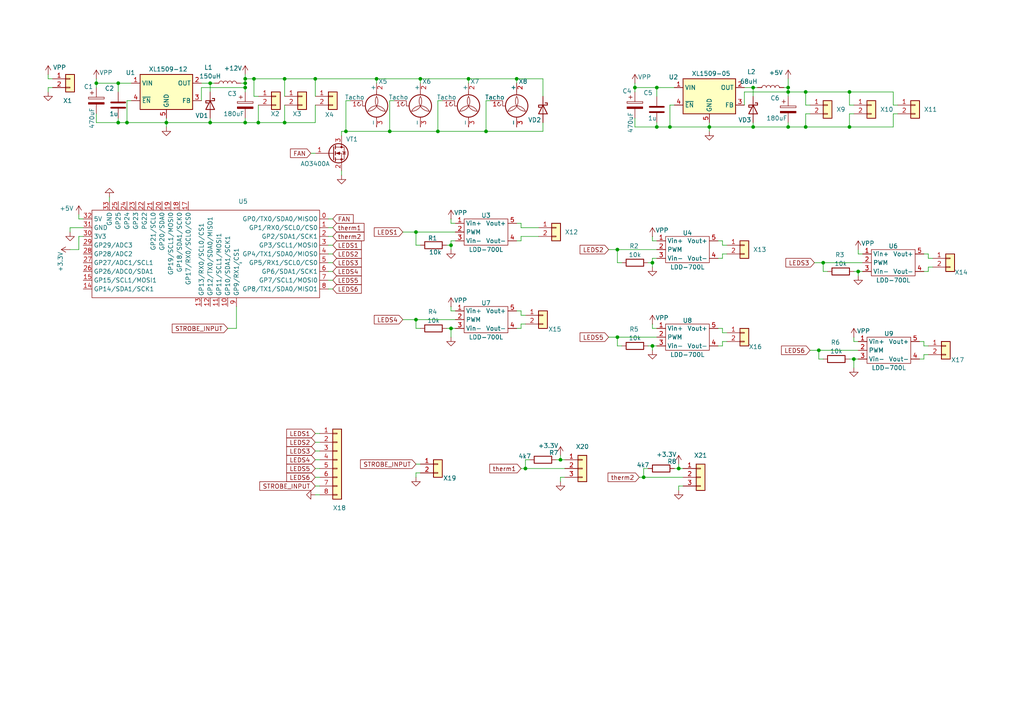
<source format=kicad_sch>
(kicad_sch (version 20231120) (generator "eeschema") (generator_version "8.0")
  (paper "A4")
  (lib_symbols
    (symbol "Connector_Generic:Conn_01x02" (pin_names (offset 1.016) hide)
      (property "Reference" "J" (at 0 2.54 0))
      (property "Value" "Conn_01x02" (at 0 -5.08 0))
      (symbol "Conn_01x02_1_1"
        (pin passive line (at -5.08 0 0) (length 3.81) (name "Pin_1") (number "1"))
        (pin passive line (at -5.08 -2.54 0) (length 3.81) (name "Pin_2") (number "2"))
      )
    )
    (symbol "Connector_Generic:Conn_01x03" (pin_names (offset 1.016) hide)
      (property "Reference" "J" (at 0 5.08 0))
      (property "Value" "Conn_01x03" (at 0 -5.08 0))
      (symbol "Conn_01x03_1_1"
        (pin passive line (at -5.08 2.54 0) (length 3.81) (name "Pin_1") (number "1"))
        (pin passive line (at -5.08 0 0) (length 3.81) (name "Pin_2") (number "2"))
        (pin passive line (at -5.08 -2.54 0) (length 3.81) (name "Pin_3") (number "3"))
      )
    )
    (symbol "Connector_Generic:Conn_01x08" (pin_names (offset 1.016) hide)
      (property "Reference" "J" (at 0 10.16 0))
      (property "Value" "Conn_01x08" (at 0 -12.7 0))
      (symbol "Conn_01x08_1_1"
        (pin passive line (at -5.08 7.62 0) (length 3.81) (name "Pin_1") (number "1"))
        (pin passive line (at -5.08 5.08 0) (length 3.81) (name "Pin_2") (number "2"))
        (pin passive line (at -5.08 2.54 0) (length 3.81) (name "Pin_3") (number "3"))
        (pin passive line (at -5.08 0 0) (length 3.81) (name "Pin_4") (number "4"))
        (pin passive line (at -5.08 -2.54 0) (length 3.81) (name "Pin_5") (number "5"))
        (pin passive line (at -5.08 -5.08 0) (length 3.81) (name "Pin_6") (number "6"))
        (pin passive line (at -5.08 -7.62 0) (length 3.81) (name "Pin_7") (number "7"))
        (pin passive line (at -5.08 -10.16 0) (length 3.81) (name "Pin_8") (number "8"))
      )
    )
    (symbol "Device:C" (pin_numbers hide) (pin_names (offset 0.254))
      (property "Reference" "C" (at 0.635 2.54 0))
      (property "Value" "C" (at 0.635 -2.54 0))
      (symbol "C_1_1"
        (pin passive line (at 0 3.81 270) (length 2.794) (name "~") (number "1"))
        (pin passive line (at 0 -3.81 90) (length 2.794) (name "~") (number "2"))
      )
    )
    (symbol "Device:C_Polarized" (pin_numbers hide) (pin_names (offset 0.254))
      (property "Reference" "C" (at 0.635 2.54 0))
      (property "Value" "C_Polarized" (at 0.635 -2.54 0))
      (symbol "C_Polarized_1_1"
        (pin passive line (at 0 3.81 270) (length 2.794) (name "~") (number "1"))
        (pin passive line (at 0 -3.81 90) (length 2.794) (name "~") (number "2"))
      )
    )
    (symbol "Device:L" (pin_numbers hide) (pin_names (offset 1.016) hide)
      (property "Reference" "L" (at -1.27 0 90))
      (property "Value" "L" (at 1.905 0 90))
      (symbol "L_1_1"
        (pin passive line (at 0 3.81 270) (length 1.27) (name "1") (number "1"))
        (pin passive line (at 0 -3.81 90) (length 1.27) (name "2") (number "2"))
      )
    )
    (symbol "Device:R" (pin_numbers hide) (pin_names (offset 0))
      (property "Reference" "R" (at 2.032 0 90))
      (property "Value" "R" (at 0 0 90))
      (symbol "R_1_1"
        (pin passive line (at 0 3.81 270) (length 1.27) (name "~") (number "1"))
        (pin passive line (at 0 -3.81 90) (length 1.27) (name "~") (number "2"))
      )
    )
    (symbol "Diode:CDBA3100-HF" (pin_numbers hide) (pin_names hide)
      (property "Reference" "D" (at 0 2.54 0))
      (property "Value" "CDBA3100-HF" (at 0 -2.54 0))
      (symbol "CDBA3100-HF_1_1"
        (pin passive line (at -3.81 0 0) (length 2.54) (name "K") (number "1"))
        (pin passive line (at 3.81 0 180) (length 2.54) (name "A") (number "2"))
      )
    )
    (symbol "Motor:Fan_3pin" (pin_names (offset 0))
      (property "Reference" "M" (at 2.54 2.54 0))
      (property "Value" "Fan_3pin" (at 2.54 -5.08 0))
      (symbol "Fan_3pin_1_1"
        (pin passive line (at -7.62 0 0) (length 2.54) (name "Tacho") (number "1"))
        (pin passive line (at 0 5.08 270) (length 2.54) (name "+") (number "2"))
        (pin passive line (at 0 -7.62 90) (length 2.54) (name "-") (number "3"))
      )
    )
    (symbol "My_8_lib_sym:XL1509-3.3"
      (property "Reference" "U" (at -7.112 6.096 0))
      (property "Value" "XL1509-3.3" (at 5.842 6.096 0))
      (symbol "XL1509-3.3_1_1"
        (pin power_in line (at -10.16 2.54 0) (length 2.54) (name "VIN") (number "1"))
        (pin power_out line (at 10.16 2.54 180) (length 2.54) (name "OUT") (number "2"))
        (pin input line (at 10.16 -2.54 180) (length 2.54) (name "FB") (number "3"))
        (pin input line (at -10.16 -2.54 0) (length 2.54) (name "~{EN}") (number "4"))
        (pin power_in line (at 0 -7.62 90) (length 2.54) (name "GND") (number "5"))
        (pin passive line (at 0 -7.62 90) (length 2.54) hide (name "GND") (number "6"))
        (pin passive line (at 0 -7.62 90) (length 2.54) hide (name "GND") (number "7"))
        (pin passive line (at 0 -7.62 90) (length 2.54) hide (name "GND") (number "8"))
        (pin passive line (at 0 -7.62 90) (length 2.54) hide (name "GND") (number "9"))
      )
    )
    (symbol "Shield_Emergent:LDD-700L"
      (property "Reference" "U" (at 0 5.08 0))
      (property "Value" "LDD-700L" (at 0 7.62 0))
      (symbol "LDD-700L_1_1"
        (pin input line (at -8.89 2.54 0) (length 2.54) (name "Vin+") (number "1"))
        (pin input line (at -8.89 0 0) (length 2.54) (name "PWM") (number "2"))
        (pin input line (at -8.89 -2.54 0) (length 2.54) (name "Vin-") (number "3"))
        (pin input line (at 8.89 -2.54 180) (length 2.54) (name "Vout-") (number "4"))
        (pin input line (at 8.89 2.54 180) (length 2.54) (name "Vout+") (number "5"))
      )
    )
    (symbol "Transistor_FET:AO3400A" (pin_names hide)
      (property "Reference" "Q" (at 5.08 1.905 0))
      (property "Value" "AO3400A" (at 5.08 0 0))
      (symbol "AO3400A_1_1"
        (pin input line (at -5.08 0 0) (length 2.54) (name "G") (number "1"))
        (pin passive line (at 2.54 -5.08 90) (length 2.54) (name "S") (number "2"))
        (pin passive line (at 2.54 5.08 270) (length 2.54) (name "D") (number "3"))
      )
    )
    (symbol "Vedro:RP2040-One"
      (property "Reference" "U" (at 0 25.4 0))
      (symbol "RP2040-One_1_1"
        (pin input line (at 24.13 12.7 180) (length 2.54) (name "GP0/TX0/SDA0/MISO0") (number "0"))
        (pin input line (at 24.13 10.16 180) (length 2.54) (name "GP1/RX0/SCL0/CS0") (number "1"))
        (pin input line (at -5.08 -12.7 90) (length 2.54) (name "GP10/SDA1/SCK1") (number "10"))
        (pin input line (at -7.62 -12.7 90) (length 2.54) (name "GP11/SCL1/MOSI1") (number "11"))
        (pin input line (at -10.16 -12.7 90) (length 2.54) (name "GP12/TX0/SDA0/MISO1") (number "12"))
        (pin input line (at -12.7 -12.7 90) (length 2.54) (name "GP13/RX0/SCL0/CS1") (number "13"))
        (pin input line (at -46.99 -7.62 0) (length 2.54) (name "GP14/SDA1/SCK1") (number "14"))
        (pin input line (at -46.99 -5.08 0) (length 2.54) (name "GP15/SCL1/MOSI1") (number "15"))
        (pin power_in line (at -16.51 17.78 270) (length 2.54) (name "GP17/RX0/SCL0/CS0") (number "17"))
        (pin power_in line (at -19.05 17.78 270) (length 2.54) (name "GP18/SDA1/SCK0") (number "18"))
        (pin power_in line (at -21.59 17.78 270) (length 2.54) (name "GP19/SCL1/MOSI0") (number "19"))
        (pin input line (at 24.13 7.62 180) (length 2.54) (name "GP2/SDA1/SCK1") (number "2"))
        (pin power_in line (at -24.13 17.78 270) (length 2.54) (name "GP20/SDA0") (number "20"))
        (pin power_in line (at -26.67 17.78 270) (length 2.54) (name "GP21/SCL0") (number "21"))
        (pin power_in line (at -29.21 17.78 270) (length 2.54) (name "PG22") (number "22"))
        (pin power_in line (at -31.75 17.78 270) (length 2.54) (name "GP23") (number "23"))
        (pin power_in line (at -34.29 17.78 270) (length 2.54) (name "GP24") (number "24"))
        (pin power_in line (at -36.83 17.78 270) (length 2.54) (name "GP25") (number "25"))
        (pin input line (at -46.99 -2.54 0) (length 2.54) (name "GP26/ADC0/SDA1") (number "26"))
        (pin input line (at -46.99 0 0) (length 2.54) (name "GP27/ADC1/SCL1") (number "27"))
        (pin input line (at -46.99 2.54 0) (length 2.54) (name "GP28/ADC2") (number "28"))
        (pin input line (at -46.99 5.08 0) (length 2.54) (name "GP29/ADC3") (number "29"))
        (pin input line (at 24.13 5.08 180) (length 2.54) (name "GP3/SCL1/MOSI0") (number "3"))
        (pin power_in line (at -46.99 7.62 0) (length 2.54) (name "3V3") (number "30"))
        (pin power_in line (at -46.99 10.16 0) (length 2.54) (name "GND") (number "31"))
        (pin power_in line (at -46.99 12.7 0) (length 2.54) (name "5V") (number "32"))
        (pin power_in line (at -39.37 17.78 270) (length 2.54) (name "GND") (number "33"))
        (pin input line (at 24.13 2.54 180) (length 2.54) (name "GP4/TX1/SDA0/MIOS0") (number "4"))
        (pin input line (at 24.13 0 180) (length 2.54) (name "GP5/RX1/SCL0/CS0") (number "5"))
        (pin input line (at 24.13 -2.54 180) (length 2.54) (name "GP6/SDA1/SCK1") (number "6"))
        (pin input line (at 24.13 -5.08 180) (length 2.54) (name "GP7/SCL1/MOSI0") (number "7"))
        (pin input line (at 24.13 -7.62 180) (length 2.54) (name "GP8/TX1/SDA0/MISO1") (number "8"))
        (pin input line (at -2.54 -12.7 90) (length 2.54) (name "GP9/RX1/CS1") (number "9"))
      )
    )
    (symbol "power:+12V" (power) (pin_names (offset 0))
      (property "Value" "+12V" (at 0 3.556 0))
      (symbol "+12V_1_1"
        (pin power_in line (at 0 0 90) (length 0) hide (name "+12V") (number "1"))
      )
    )
    (symbol "power:+3.3V" (power) (pin_names (offset 0))
      (property "Value" "+3.3V" (at 0 3.556 0))
      (symbol "+3.3V_1_1"
        (pin power_in line (at 0 0 90) (length 0) hide (name "+3V3") (number "1"))
      )
    )
    (symbol "power:GND" (power) (pin_names (offset 0))
      (property "Value" "GND" (at 0 -3.81 0))
      (symbol "GND_1_1"
        (pin power_in line (at 0 0 270) (length 0) hide (name "GND") (number "1"))
      )
    )
    (symbol "power:VPP" (power) (pin_numbers hide) (pin_names (offset 0) hide)
      (property "Value" "VPP" (at 0 3.556 0))
      (symbol "VPP_1_1"
        (pin power_in line (at 0 0 90) (length 0) (name "~") (number "1"))
      )
    )
  )
  (junction (at 184.15 25.4))
  (junction (at 120.65 92.71))
  (junction (at 247.65 104.14))
  (junction (at 246.38 26.67))
  (junction (at 82.55 35.56))
  (junction (at 237.49 101.6))
  (junction (at 238.76 76.2))
  (junction (at 196.85 135.89))
  (junction (at 248.92 78.74))
  (junction (at 100.33 38.1))
  (junction (at 218.44 25.4))
  (junction (at 73.66 22.86))
  (junction (at 179.07 72.39))
  (junction (at 135.89 22.86))
  (junction (at 190.5 25.4))
  (junction (at 186.69 138.43))
  (junction (at 60.96 35.56))
  (junction (at 71.12 22.86))
  (junction (at 71.12 24.13))
  (junction (at 246.38 36.83))
  (junction (at 152.4 135.89))
  (junction (at 34.29 24.13))
  (junction (at 127 38.1))
  (junction (at 91.44 22.86))
  (junction (at 162.56 133.35))
  (junction (at 189.23 100.33))
  (junction (at 228.6 25.4))
  (junction (at 71.12 25.4))
  (junction (at 82.55 22.86))
  (junction (at 233.68 26.67))
  (junction (at 27.94 24.13))
  (junction (at 233.68 36.83))
  (junction (at 190.5 36.83))
  (junction (at 113.03 38.1))
  (junction (at 109.22 22.86))
  (junction (at 120.65 67.31))
  (junction (at 228.6 26.67))
  (junction (at 74.93 35.56))
  (junction (at 140.97 38.1))
  (junction (at 149.86 22.86))
  (junction (at 179.07 97.79))
  (junction (at 60.96 24.13))
  (junction (at 130.81 95.25))
  (junction (at 121.92 22.86))
  (junction (at 189.23 76.2))
  (junction (at 34.29 35.56))
  (junction (at 205.74 36.83))
  (junction (at 228.6 36.83))
  (junction (at 36.83 35.56))
  (junction (at 194.31 36.83))
  (junction (at 71.12 35.56))
  (junction (at 218.44 36.83))
  (junction (at 130.81 71.12))
  (junction (at 48.26 35.56))
  (wire (pts (xy 121.92 24.13) (xy 121.92 22.86)))
  (wire (pts (xy 74.93 35.56) (xy 71.12 35.56)))
  (wire (pts (xy 27.94 24.13) (xy 34.29 24.13)))
  (wire (pts (xy 247.65 104.14) (xy 247.65 106.68)))
  (wire (pts (xy 209.55 73.66) (xy 210.82 73.66)))
  (wire (pts (xy 269.24 78.74) (xy 269.24 77.47)))
  (wire (pts (xy 91.44 143.51) (xy 92.71 143.51)))
  (wire (pts (xy 130.81 69.85) (xy 130.81 71.12)))
  (wire (pts (xy 24.13 66.04) (xy 20.32 66.04)))
  (wire (pts (xy 162.56 133.35) (xy 161.29 133.35)))
  (wire (pts (xy 267.97 102.87) (xy 267.97 104.14)))
  (wire (pts (xy 190.5 25.4) (xy 190.5 27.94)))
  (wire (pts (xy 120.65 95.25) (xy 121.92 95.25)))
  (wire (pts (xy 186.69 138.43) (xy 185.42 138.43)))
  (wire (pts (xy 267.97 73.66) (xy 269.24 73.66)))
  (wire (pts (xy 187.96 76.2) (xy 189.23 76.2)))
  (wire (pts (xy 22.86 72.39) (xy 20.32 72.39)))
  (wire (pts (xy 259.08 30.48) (xy 259.08 26.67)))
  (wire (pts (xy 162.56 139.7) (xy 162.56 138.43)))
  (wire (pts (xy 114.3 29.21) (xy 113.03 29.21)))
  (wire (pts (xy 91.44 130.81) (xy 92.71 130.81)))
  (wire (pts (xy 218.44 25.4) (xy 219.71 25.4)))
  (wire (pts (xy 91.44 140.97) (xy 92.71 140.97)))
  (wire (pts (xy 247.65 97.79) (xy 247.65 99.06)))
  (wire (pts (xy 48.26 34.29) (xy 48.26 35.56)))
  (wire (pts (xy 120.65 67.31) (xy 120.65 71.12)))
  (wire (pts (xy 13.97 25.4) (xy 13.97 26.67)))
  (wire (pts (xy 198.12 138.43) (xy 186.69 138.43)))
  (wire (pts (xy 34.29 24.13) (xy 34.29 26.67)))
  (wire (pts (xy 135.89 22.86) (xy 121.92 22.86)))
  (wire (pts (xy 71.12 25.4) (xy 58.42 25.4)))
  (wire (pts (xy 152.4 135.89) (xy 151.13 135.89)))
  (wire (pts (xy 205.74 36.83) (xy 218.44 36.83)))
  (wire (pts (xy 91.44 128.27) (xy 92.71 128.27)))
  (wire (pts (xy 130.81 64.77) (xy 132.08 64.77)))
  (wire (pts (xy 246.38 26.67) (xy 233.68 26.67)))
  (wire (pts (xy 20.32 66.04) (xy 20.32 67.31)))
  (wire (pts (xy 91.44 138.43) (xy 92.71 138.43)))
  (wire (pts (xy 238.76 76.2) (xy 238.76 78.74)))
  (wire (pts (xy 208.28 74.93) (xy 209.55 74.93)))
  (wire (pts (xy 267.97 100.33) (xy 269.24 100.33)))
  (wire (pts (xy 234.95 101.6) (xy 237.49 101.6)))
  (wire (pts (xy 132.08 95.25) (xy 130.81 95.25)))
  (wire (pts (xy 142.24 29.21) (xy 140.97 29.21)))
  (wire (pts (xy 99.06 38.1) (xy 100.33 38.1)))
  (wire (pts (xy 162.56 138.43) (xy 163.83 138.43)))
  (wire (pts (xy 129.54 71.12) (xy 130.81 71.12)))
  (wire (pts (xy 195.58 135.89) (xy 196.85 135.89)))
  (wire (pts (xy 130.81 90.17) (xy 132.08 90.17)))
  (wire (pts (xy 248.92 78.74) (xy 248.92 80.01)))
  (wire (pts (xy 184.15 24.13) (xy 184.15 25.4)))
  (wire (pts (xy 27.94 24.13) (xy 27.94 25.4)))
  (wire (pts (xy 22.86 63.5) (xy 22.86 62.23)))
  (wire (pts (xy 259.08 33.02) (xy 259.08 36.83)))
  (wire (pts (xy 74.93 27.94) (xy 73.66 27.94)))
  (wire (pts (xy 190.5 35.56) (xy 190.5 36.83)))
  (wire (pts (xy 74.93 30.48) (xy 74.93 35.56)))
  (wire (pts (xy 189.23 76.2) (xy 189.23 77.47)))
  (wire (pts (xy 127 38.1) (xy 140.97 38.1)))
  (wire (pts (xy 130.81 63.5) (xy 130.81 64.77)))
  (wire (pts (xy 195.58 30.48) (xy 194.31 30.48)))
  (wire (pts (xy 140.97 38.1) (xy 157.48 38.1)))
  (wire (pts (xy 157.48 35.56) (xy 157.48 38.1)))
  (wire (pts (xy 151.13 93.98) (xy 151.13 95.25)))
  (wire (pts (xy 208.28 95.25) (xy 209.55 95.25)))
  (wire (pts (xy 151.13 66.04) (xy 156.21 66.04)))
  (wire (pts (xy 91.44 35.56) (xy 82.55 35.56)))
  (wire (pts (xy 96.52 83.82) (xy 95.25 83.82)))
  (wire (pts (xy 248.92 104.14) (xy 247.65 104.14)))
  (wire (pts (xy 13.97 21.59) (xy 13.97 22.86)))
  (wire (pts (xy 129.54 95.25) (xy 130.81 95.25)))
  (wire (pts (xy 27.94 35.56) (xy 34.29 35.56)))
  (wire (pts (xy 24.13 63.5) (xy 22.86 63.5)))
  (wire (pts (xy 208.28 100.33) (xy 209.55 100.33)))
  (wire (pts (xy 162.56 132.08) (xy 162.56 133.35)))
  (wire (pts (xy 237.49 101.6) (xy 248.92 101.6)))
  (wire (pts (xy 176.53 97.79) (xy 179.07 97.79)))
  (wire (pts (xy 91.44 22.86) (xy 82.55 22.86)))
  (wire (pts (xy 71.12 24.13) (xy 71.12 25.4)))
  (wire (pts (xy 228.6 35.56) (xy 228.6 36.83)))
  (wire (pts (xy 151.13 68.58) (xy 151.13 69.85)))
  (wire (pts (xy 218.44 35.56) (xy 218.44 36.83)))
  (wire (pts (xy 234.95 33.02) (xy 233.68 33.02)))
  (wire (pts (xy 190.5 36.83) (xy 194.31 36.83)))
  (wire (pts (xy 179.07 97.79) (xy 179.07 100.33)))
  (wire (pts (xy 34.29 35.56) (xy 36.83 35.56)))
  (wire (pts (xy 120.65 134.62) (xy 121.92 134.62)))
  (wire (pts (xy 237.49 101.6) (xy 237.49 104.14)))
  (wire (pts (xy 218.44 36.83) (xy 228.6 36.83)))
  (wire (pts (xy 228.6 26.67) (xy 233.68 26.67)))
  (wire (pts (xy 186.69 135.89) (xy 186.69 138.43)))
  (wire (pts (xy 228.6 25.4) (xy 228.6 26.67)))
  (wire (pts (xy 246.38 104.14) (xy 247.65 104.14)))
  (wire (pts (xy 96.52 63.5) (xy 95.25 63.5)))
  (wire (pts (xy 149.86 69.85) (xy 151.13 69.85)))
  (wire (pts (xy 260.35 33.02) (xy 259.08 33.02)))
  (wire (pts (xy 96.52 73.66) (xy 95.25 73.66)))
  (wire (pts (xy 246.38 33.02) (xy 246.38 36.83)))
  (wire (pts (xy 260.35 30.48) (xy 259.08 30.48)))
  (wire (pts (xy 27.94 33.02) (xy 27.94 35.56)))
  (wire (pts (xy 205.74 36.83) (xy 205.74 38.1)))
  (wire (pts (xy 15.24 22.86) (xy 13.97 22.86)))
  (wire (pts (xy 149.86 90.17) (xy 151.13 90.17)))
  (wire (pts (xy 116.84 92.71) (xy 120.65 92.71)))
  (wire (pts (xy 215.9 26.67) (xy 215.9 30.48)))
  (wire (pts (xy 247.65 78.74) (xy 248.92 78.74)))
  (wire (pts (xy 91.44 22.86) (xy 91.44 27.94)))
  (wire (pts (xy 58.42 24.13) (xy 60.96 24.13)))
  (wire (pts (xy 71.12 21.59) (xy 71.12 22.86)))
  (wire (pts (xy 179.07 72.39) (xy 190.5 72.39)))
  (wire (pts (xy 209.55 73.66) (xy 209.55 74.93)))
  (wire (pts (xy 100.33 29.21) (xy 100.33 38.1)))
  (wire (pts (xy 69.85 24.13) (xy 71.12 24.13)))
  (wire (pts (xy 91.44 125.73) (xy 92.71 125.73)))
  (wire (pts (xy 250.19 78.74) (xy 248.92 78.74)))
  (wire (pts (xy 228.6 26.67) (xy 228.6 27.94)))
  (wire (pts (xy 91.44 133.35) (xy 92.71 133.35)))
  (wire (pts (xy 190.5 25.4) (xy 195.58 25.4)))
  (wire (pts (xy 196.85 135.89) (xy 198.12 135.89)))
  (wire (pts (xy 116.84 67.31) (xy 120.65 67.31)))
  (wire (pts (xy 176.53 72.39) (xy 179.07 72.39)))
  (wire (pts (xy 215.9 25.4) (xy 218.44 25.4)))
  (wire (pts (xy 27.94 22.86) (xy 27.94 24.13)))
  (wire (pts (xy 132.08 69.85) (xy 130.81 69.85)))
  (wire (pts (xy 95.25 66.04) (xy 96.52 66.04)))
  (wire (pts (xy 228.6 22.86) (xy 228.6 25.4)))
  (wire (pts (xy 24.13 68.58) (xy 22.86 68.58)))
  (wire (pts (xy 190.5 100.33) (xy 189.23 100.33)))
  (wire (pts (xy 96.52 78.74) (xy 95.25 78.74)))
  (wire (pts (xy 248.92 73.66) (xy 250.19 73.66)))
  (wire (pts (xy 269.24 77.47) (xy 270.51 77.47)))
  (wire (pts (xy 163.83 135.89) (xy 152.4 135.89)))
  (wire (pts (xy 157.48 22.86) (xy 157.48 27.94)))
  (wire (pts (xy 60.96 24.13) (xy 60.96 26.67)))
  (wire (pts (xy 267.97 78.74) (xy 269.24 78.74)))
  (wire (pts (xy 196.85 140.97) (xy 198.12 140.97)))
  (wire (pts (xy 194.31 36.83) (xy 205.74 36.83)))
  (wire (pts (xy 267.97 99.06) (xy 267.97 100.33)))
  (wire (pts (xy 248.92 72.39) (xy 248.92 73.66)))
  (wire (pts (xy 82.55 22.86) (xy 73.66 22.86)))
  (wire (pts (xy 179.07 76.2) (xy 180.34 76.2)))
  (wire (pts (xy 36.83 29.21) (xy 36.83 35.56)))
  (wire (pts (xy 149.86 95.25) (xy 151.13 95.25)))
  (wire (pts (xy 66.04 95.25) (xy 68.58 95.25)))
  (wire (pts (xy 127 29.21) (xy 127 38.1)))
  (wire (pts (xy 31.75 57.15) (xy 31.75 58.42)))
  (wire (pts (xy 162.56 133.35) (xy 163.83 133.35)))
  (wire (pts (xy 149.86 22.86) (xy 135.89 22.86)))
  (wire (pts (xy 73.66 27.94) (xy 73.66 22.86)))
  (wire (pts (xy 151.13 64.77) (xy 149.86 64.77)))
  (wire (pts (xy 100.33 38.1) (xy 113.03 38.1)))
  (wire (pts (xy 187.96 100.33) (xy 189.23 100.33)))
  (wire (pts (xy 58.42 25.4) (xy 58.42 29.21)))
  (wire (pts (xy 130.81 71.12) (xy 130.81 72.39)))
  (wire (pts (xy 120.65 137.16) (xy 120.65 138.43)))
  (wire (pts (xy 247.65 99.06) (xy 248.92 99.06)))
  (wire (pts (xy 209.55 96.52) (xy 210.82 96.52)))
  (wire (pts (xy 151.13 91.44) (xy 152.4 91.44)))
  (wire (pts (xy 101.6 29.21) (xy 100.33 29.21)))
  (wire (pts (xy 71.12 34.29) (xy 71.12 35.56)))
  (wire (pts (xy 99.06 38.1) (xy 99.06 39.37)))
  (wire (pts (xy 236.22 76.2) (xy 238.76 76.2)))
  (wire (pts (xy 189.23 93.98) (xy 189.23 95.25)))
  (wire (pts (xy 91.44 30.48) (xy 91.44 35.56)))
  (wire (pts (xy 184.15 36.83) (xy 190.5 36.83)))
  (wire (pts (xy 99.06 50.8) (xy 99.06 49.53)))
  (wire (pts (xy 140.97 29.21) (xy 140.97 38.1)))
  (wire (pts (xy 91.44 135.89) (xy 92.71 135.89)))
  (wire (pts (xy 237.49 104.14) (xy 238.76 104.14)))
  (wire (pts (xy 120.65 71.12) (xy 121.92 71.12)))
  (wire (pts (xy 149.86 24.13) (xy 149.86 22.86)))
  (wire (pts (xy 48.26 35.56) (xy 48.26 36.83)))
  (wire (pts (xy 233.68 36.83) (xy 228.6 36.83)))
  (wire (pts (xy 113.03 38.1) (xy 127 38.1)))
  (wire (pts (xy 189.23 100.33) (xy 189.23 101.6)))
  (wire (pts (xy 234.95 30.48) (xy 233.68 30.48)))
  (wire (pts (xy 246.38 36.83) (xy 233.68 36.83)))
  (wire (pts (xy 233.68 33.02) (xy 233.68 36.83)))
  (wire (pts (xy 208.28 69.85) (xy 209.55 69.85)))
  (wire (pts (xy 120.65 92.71) (xy 132.08 92.71)))
  (wire (pts (xy 179.07 97.79) (xy 190.5 97.79)))
  (wire (pts (xy 228.6 26.67) (xy 215.9 26.67)))
  (wire (pts (xy 196.85 142.24) (xy 196.85 140.97)))
  (wire (pts (xy 187.96 135.89) (xy 186.69 135.89)))
  (wire (pts (xy 205.74 35.56) (xy 205.74 36.83)))
  (wire (pts (xy 184.15 25.4) (xy 184.15 26.67)))
  (wire (pts (xy 135.89 24.13) (xy 135.89 22.86)))
  (wire (pts (xy 71.12 25.4) (xy 71.12 26.67)))
  (wire (pts (xy 22.86 68.58) (xy 22.86 72.39)))
  (wire (pts (xy 34.29 34.29) (xy 34.29 35.56)))
  (wire (pts (xy 60.96 24.13) (xy 62.23 24.13)))
  (wire (pts (xy 269.24 73.66) (xy 269.24 74.93)))
  (wire (pts (xy 266.7 99.06) (xy 267.97 99.06)))
  (wire (pts (xy 189.23 74.93) (xy 189.23 76.2)))
  (wire (pts (xy 189.23 95.25) (xy 190.5 95.25)))
  (wire (pts (xy 227.33 25.4) (xy 228.6 25.4)))
  (wire (pts (xy 151.13 66.04) (xy 151.13 64.77)))
  (wire (pts (xy 238.76 78.74) (xy 240.03 78.74)))
  (wire (pts (xy 96.52 68.58) (xy 95.25 68.58)))
  (wire (pts (xy 60.96 34.29) (xy 60.96 35.56)))
  (wire (pts (xy 36.83 35.56) (xy 48.26 35.56)))
  (wire (pts (xy 60.96 35.56) (xy 71.12 35.56)))
  (wire (pts (xy 15.24 25.4) (xy 13.97 25.4)))
  (wire (pts (xy 194.31 30.48) (xy 194.31 36.83)))
  (wire (pts (xy 247.65 33.02) (xy 246.38 33.02)))
  (wire (pts (xy 68.58 95.25) (xy 68.58 88.9)))
  (wire (pts (xy 196.85 134.62) (xy 196.85 135.89)))
  (wire (pts (xy 71.12 22.86) (xy 71.12 24.13)))
  (wire (pts (xy 120.65 92.71) (xy 120.65 95.25)))
  (wire (pts (xy 130.81 88.9) (xy 130.81 90.17)))
  (wire (pts (xy 151.13 68.58) (xy 156.21 68.58)))
  (wire (pts (xy 109.22 24.13) (xy 109.22 22.86)))
  (wire (pts (xy 82.55 30.48) (xy 82.55 35.56)))
  (wire (pts (xy 73.66 22.86) (xy 71.12 22.86)))
  (wire (pts (xy 190.5 74.93) (xy 189.23 74.93)))
  (wire (pts (xy 34.29 24.13) (xy 38.1 24.13)))
  (wire (pts (xy 246.38 30.48) (xy 246.38 26.67)))
  (wire (pts (xy 209.55 95.25) (xy 209.55 96.52)))
  (wire (pts (xy 121.92 137.16) (xy 120.65 137.16)))
  (wire (pts (xy 48.26 35.56) (xy 60.96 35.56)))
  (wire (pts (xy 121.92 22.86) (xy 109.22 22.86)))
  (wire (pts (xy 184.15 25.4) (xy 190.5 25.4)))
  (wire (pts (xy 259.08 26.67) (xy 246.38 26.67)))
  (wire (pts (xy 209.55 71.12) (xy 210.82 71.12)))
  (wire (pts (xy 179.07 72.39) (xy 179.07 76.2)))
  (wire (pts (xy 82.55 35.56) (xy 74.93 35.56)))
  (wire (pts (xy 218.44 25.4) (xy 218.44 27.94)))
  (wire (pts (xy 151.13 90.17) (xy 151.13 91.44)))
  (wire (pts (xy 120.65 67.31) (xy 132.08 67.31)))
  (wire (pts (xy 109.22 22.86) (xy 91.44 22.86)))
  (wire (pts (xy 179.07 100.33) (xy 180.34 100.33)))
  (wire (pts (xy 128.27 29.21) (xy 127 29.21)))
  (wire (pts (xy 38.1 29.21) (xy 36.83 29.21)))
  (wire (pts (xy 209.55 100.33) (xy 209.55 99.06)))
  (wire (pts (xy 96.52 81.28) (xy 95.25 81.28)))
  (wire (pts (xy 130.81 95.25) (xy 130.81 97.79)))
  (wire (pts (xy 266.7 104.14) (xy 267.97 104.14)))
  (wire (pts (xy 259.08 36.83) (xy 246.38 36.83)))
  (wire (pts (xy 267.97 102.87) (xy 269.24 102.87)))
  (wire (pts (xy 189.23 69.85) (xy 190.5 69.85)))
  (wire (pts (xy 153.67 133.35) (xy 152.4 133.35)))
  (wire (pts (xy 184.15 34.29) (xy 184.15 36.83)))
  (wire (pts (xy 151.13 93.98) (xy 152.4 93.98)))
  (wire (pts (xy 82.55 22.86) (xy 82.55 27.94)))
  (wire (pts (xy 90.17 44.45) (xy 91.44 44.45)))
  (wire (pts (xy 96.52 76.2) (xy 95.25 76.2)))
  (wire (pts (xy 247.65 30.48) (xy 246.38 30.48)))
  (wire (pts (xy 189.23 68.58) (xy 189.23 69.85)))
  (wire (pts (xy 96.52 71.12) (xy 95.25 71.12)))
  (wire (pts (xy 113.03 29.21) (xy 113.03 38.1)))
  (wire (pts (xy 149.86 22.86) (xy 157.48 22.86)))
  (wire (pts (xy 209.55 99.06) (xy 210.82 99.06)))
  (wire (pts (xy 152.4 133.35) (xy 152.4 135.89)))
  (wire (pts (xy 209.55 69.85) (xy 209.55 71.12)))
  (wire (pts (xy 269.24 74.93) (xy 270.51 74.93)))
  (wire (pts (xy 233.68 26.67) (xy 233.68 30.48)))
  (wire (pts (xy 238.76 76.2) (xy 250.19 76.2)))
  (global_label "LEDS2" (shape input) (at 91.44 128.27 180) (property "Intersheetrefs" "${INTERSHEET_REFS}" (effects (hide yes))))
  (global_label "LEDS4" (shape input) (at 91.44 133.35 180) (property "Intersheetrefs" "${INTERSHEET_REFS}" (effects (hide yes))))
  (global_label "LEDS4" (shape input) (at 116.84 92.71 180) (property "Intersheetrefs" "${INTERSHEET_REFS}" (effects (hide yes))))
  (global_label "LEDS1" (shape input) (at 96.52 71.12 0) (property "Intersheetrefs" "${INTERSHEET_REFS}" (effects (hide yes))))
  (global_label "LEDS4" (shape input) (at 96.52 78.74 0) (property "Intersheetrefs" "${INTERSHEET_REFS}" (effects (hide yes))))
  (global_label "LEDS3" (shape input) (at 236.22 76.2 180) (property "Intersheetrefs" "${INTERSHEET_REFS}" (effects (hide yes))))
  (global_label "LEDS2" (shape input) (at 176.53 72.39 180) (property "Intersheetrefs" "${INTERSHEET_REFS}" (effects (hide yes))))
  (global_label "LEDS1" (shape input) (at 91.44 125.73 180) (property "Intersheetrefs" "${INTERSHEET_REFS}" (effects (hide yes))))
  (global_label "STROBE_INPUT" (shape input) (at 91.44 140.97 180) (property "Intersheetrefs" "${INTERSHEET_REFS}" (effects (hide yes))))
  (global_label "therm2" (shape input) (at 185.42 138.43 180) (property "Intersheetrefs" "${INTERSHEET_REFS}" (effects (hide yes))))
  (global_label "FAN" (shape input) (at 96.52 63.5 0) (property "Intersheetrefs" "${INTERSHEET_REFS}" (effects (hide yes))))
  (global_label "LEDS6" (shape input) (at 96.52 83.82 0) (property "Intersheetrefs" "${INTERSHEET_REFS}" (effects (hide yes))))
  (global_label "LEDS1" (shape input) (at 116.84 67.31 180) (property "Intersheetrefs" "${INTERSHEET_REFS}" (effects (hide yes))))
  (global_label "therm2" (shape input) (at 96.52 68.58 0) (property "Intersheetrefs" "${INTERSHEET_REFS}" (effects (hide yes))))
  (global_label "LEDS6" (shape input) (at 234.95 101.6 180) (property "Intersheetrefs" "${INTERSHEET_REFS}" (effects (hide yes))))
  (global_label "LEDS3" (shape input) (at 91.44 130.81 180) (property "Intersheetrefs" "${INTERSHEET_REFS}" (effects (hide yes))))
  (global_label "FAN" (shape input) (at 90.17 44.45 180) (property "Intersheetrefs" "${INTERSHEET_REFS}" (effects (hide yes))))
  (global_label "LEDS5" (shape input) (at 176.53 97.79 180) (property "Intersheetrefs" "${INTERSHEET_REFS}" (effects (hide yes))))
  (global_label "LEDS6" (shape input) (at 91.44 138.43 180) (property "Intersheetrefs" "${INTERSHEET_REFS}" (effects (hide yes))))
  (global_label "LEDS2" (shape input) (at 96.52 73.66 0) (property "Intersheetrefs" "${INTERSHEET_REFS}" (effects (hide yes))))
  (global_label "therm1" (shape input) (at 151.13 135.89 180) (property "Intersheetrefs" "${INTERSHEET_REFS}" (effects (hide yes))))
  (global_label "LEDS5" (shape input) (at 91.44 135.89 180) (property "Intersheetrefs" "${INTERSHEET_REFS}" (effects (hide yes))))
  (global_label "therm1" (shape input) (at 96.52 66.04 0) (property "Intersheetrefs" "${INTERSHEET_REFS}" (effects (hide yes))))
  (global_label "STROBE_INPUT" (shape input) (at 66.04 95.25 180) (property "Intersheetrefs" "${INTERSHEET_REFS}" (effects (hide yes))))
  (global_label "LEDS3" (shape input) (at 96.52 76.2 0) (property "Intersheetrefs" "${INTERSHEET_REFS}" (effects (hide yes))))
  (global_label "STROBE_INPUT" (shape input) (at 120.65 134.62 180) (property "Intersheetrefs" "${INTERSHEET_REFS}" (effects (hide yes))))
  (global_label "LEDS5" (shape input) (at 96.52 81.28 0) (property "Intersheetrefs" "${INTERSHEET_REFS}" (effects (hide yes))))
  (symbol (lib_id "Connector_Generic:Conn_01x02") (at 161.29 66.04 0) (unit 1)
    (property "Reference" "X12" (at 163.83 67.3099 0) (effects (justify left)))
    (property "Value" "Conn_01x02" (effects (hide yes)))
    (property "Footprint" "Connector_JST:JST_XH_B2B-XH-A_1x02_P2.50mm_Vertical" (effects (hide yes)))
    (property "Description" "Generic connector, single row, 01x02, script generated (kicad-library-utils/schlib/autogen/connector/)" (effects (hide yes)))
  )
  (symbol (lib_id "power:VPP") (at 189.23 68.58 0) (unit 1)
    (property "Reference" "#PWR014" (effects (hide yes)))
    (property "Value" "VPP" (at 192.024 66.802 0))
    (property "Description" "Power symbol creates a global label with name \"VPP\"" (effects (hide yes)))
  )
  (symbol (lib_id "Device:R") (at 191.77 135.89 270) (unit 1)
    (property "Reference" "R8" (at 193.548 133.858 90) (effects (justify left)))
    (property "Value" "4k7" (at 184.658 134.874 90) (effects (justify left)))
    (property "Footprint" "Resistor_SMD:R_0603_1608Metric_Pad0.98x0.95mm_HandSolder" (effects (hide yes)))
  )
  (symbol (lib_id "power:VPP") (at 184.15 24.13 0) (unit 1)
    (property "Reference" "#PWR05" (effects (hide yes)))
    (property "Value" "VPP" (at 186.944 22.352 0))
    (property "Description" "Power symbol creates a global label with name \"VPP\"" (effects (hide yes)))
  )
  (symbol (lib_id "Connector_Generic:Conn_01x02") (at 215.9 96.52 0) (unit 1)
    (property "Reference" "X16" (at 217.17 100.584 0) (effects (justify left)))
    (property "Value" "Conn_01x02" (effects (hide yes)))
    (property "Footprint" "Connector_JST:JST_XH_B2B-XH-A_1x02_P2.50mm_Vertical" (effects (hide yes)))
    (property "Description" "Generic connector, single row, 01x02, script generated (kicad-library-utils/schlib/autogen/connector/)" (effects (hide yes)))
  )
  (symbol (lib_id "power:GND") (at 205.74 38.1 0) (unit 1)
    (property "Reference" "#PWR08" (effects (hide yes)))
    (property "Value" "GND" (effects (hide yes)))
  )
  (symbol (lib_id "power:GND") (at 130.81 72.39 0) (unit 1)
    (property "Reference" "#PWR015" (effects (hide yes)))
    (property "Value" "GND" (effects (hide yes)))
  )
  (symbol (lib_id "power:+3.3V") (at 162.56 132.08 0) (mirror y) (unit 1)
    (property "Reference" "#PWR025" (effects (hide yes)))
    (property "Value" "+3.3V" (at 159.004 129.286 0))
  )
  (symbol (lib_id "Shield_Emergent:LDD-700L") (at 199.39 97.79 0) (unit 1)
    (property "Reference" "U8" (at 199.39 92.964 0))
    (property "Value" "LDD-700L" (at 199.39 102.87 0))
    (property "Footprint" "my8lib:LDD-700L" (effects (hide yes)))
  )
  (symbol (lib_id "Motor:Fan_3pin") (at 121.92 29.21 0) (unit 1)
    (property "Reference" "X6" (at 122.428 23.622 0) (effects (justify left)))
    (property "Value" "Fan_3pin" (effects (hide yes)))
    (property "Footprint" "Connector:FanPinHeader_1x03_P2.54mm_Vertical" (effects (hide yes)))
    (property "Datasheet" "http://www.hardwarecanucks.com/forum/attachments/new-builds/16287d1330775095-help-chassis-power-fan-connectors-motherboard-asus_p8z68.jpg" (effects (hide yes)))
    (property "Description" "Fan, tacho output, 3-pin connector" (effects (hide yes)))
  )
  (symbol (lib_id "Device:R") (at 243.84 78.74 90) (unit 1)
    (property "Reference" "R3" (at 243.586 73.914 90))
    (property "Value" "10k" (at 243.84 76.454 90))
    (property "Footprint" "Resistor_SMD:R_0603_1608Metric_Pad0.98x0.95mm_HandSolder" (effects (hide yes)))
  )
  (symbol (lib_id "Connector_Generic:Conn_01x08") (at 97.79 133.35 0) (unit 1)
    (property "Reference" "X18" (at 96.52 147.32 0) (effects (justify left)))
    (property "Value" "Objective" (effects (hide yes)))
    (property "Footprint" "Connector_PinSocket_1.27mm:PinSocket_1x08_P1.27mm_Vertical" (effects (hide yes)))
  )
  (symbol (lib_id "My_8_lib_sym:XL1509-3.3") (at 48.26 26.67 0) (unit 1)
    (property "Reference" "U1" (at 37.846 21.082 0))
    (property "Value" "XL1509-12" (at 48.768 20.066 0))
    (property "Footprint" "Package_SO:SOIC-8-1EP_3.9x4.9mm_P1.27mm_EP2.95x4.9mm_Mask2.71x3.4mm_ThermalVias" (effects (hide yes)))
    (property "Datasheet" "https://datasheet.lcsc.com/lcsc/1809050422_XLSEMI-XL1509-5-0E1_C61063.pdf" (effects (hide yes)))
    (property "Description" "Buck DC/DC Converter, 2A, 3.3V Output Voltage, 4.5-40V Input Voltage" (effects (hide yes)))
  )
  (symbol (lib_id "Device:R") (at 157.48 133.35 270) (unit 1)
    (property "Reference" "R7" (at 159.258 131.318 90) (effects (justify left)))
    (property "Value" "4k7" (at 150.368 132.334 90) (effects (justify left)))
    (property "Footprint" "Resistor_SMD:R_0603_1608Metric_Pad0.98x0.95mm_HandSolder" (effects (hide yes)))
  )
  (symbol (lib_id "Device:C") (at 34.29 30.48 0) (unit 1)
    (property "Reference" "C2" (at 31.75 25.654 0))
    (property "Value" "1u" (at 33.02 33.02 0))
    (property "Footprint" "Capacitor_SMD:C_0603_1608Metric_Pad1.08x0.95mm_HandSolder" (effects (hide yes)))
  )
  (symbol (lib_id "Shield_Emergent:LDD-700L") (at 199.39 72.39 0) (unit 1)
    (property "Reference" "U4" (at 199.39 67.564 0))
    (property "Value" "LDD-700L" (at 199.39 77.47 0))
    (property "Footprint" "my8lib:LDD-700L" (effects (hide yes)))
  )
  (symbol (lib_id "Connector_Generic:Conn_01x02") (at 87.63 27.94 0) (unit 1)
    (property "Reference" "X3" (at 84.836 33.02 0) (effects (justify left)))
    (property "Value" "Conn_01x02" (effects (hide yes)))
    (property "Footprint" "Connector_JST:JST_XH_B2B-XH-A_1x02_P2.50mm_Vertical" (effects (hide yes)))
    (property "Description" "Generic connector, single row, 01x02, script generated (kicad-library-utils/schlib/autogen/connector/)" (effects (hide yes)))
  )
  (symbol (lib_id "Shield_Emergent:LDD-700L") (at 257.81 101.6 0) (unit 1)
    (property "Reference" "U9" (at 257.81 96.774 0))
    (property "Value" "LDD-700L" (at 257.81 106.68 0))
    (property "Footprint" "my8lib:LDD-700L" (effects (hide yes)))
  )
  (symbol (lib_id "Vedro:RP2040-One") (at 71.12 76.2 0) (unit 1)
    (property "Reference" "U5" (at 71.882 58.42 0) (effects (justify right)))
    (property "Value" "~" (at 69.85 76.2 0))
    (property "Footprint" "my8lib:RP2040Zero" (effects (hide yes)))
  )
  (symbol (lib_id "Device:L") (at 223.52 25.4 90) (unit 1)
    (property "Reference" "L2" (at 217.932 20.828 90))
    (property "Value" "68uH" (at 217.17 23.622 90))
    (property "Footprint" "Inductor_SMD:L_Bourns_SRP1050WA" (effects (hide yes)))
  )
  (symbol (lib_id "power:GND") (at 189.23 77.47 0) (unit 1)
    (property "Reference" "#PWR017" (effects (hide yes)))
    (property "Value" "GND" (effects (hide yes)))
  )
  (symbol (lib_id "Device:C_Polarized") (at 228.6 31.75 0) (unit 1)
    (property "Reference" "C6" (at 224.79 28.448 0))
    (property "Value" "180uF" (at 225.298 34.29 0))
    (property "Footprint" "Capacitor_SMD:CP_Elec_6.3x7.7" (effects (hide yes)))
  )
  (symbol (lib_id "power:GND") (at 247.65 106.68 0) (unit 1)
    (property "Reference" "#PWR024" (effects (hide yes)))
    (property "Value" "GND" (effects (hide yes)))
  )
  (symbol (lib_id "power:GND") (at 196.85 142.24 0) (mirror y) (unit 1)
    (property "Reference" "#PWR029" (effects (hide yes)))
    (property "Value" "GND" (effects (hide yes)))
  )
  (symbol (lib_id "Connector_Generic:Conn_01x02") (at 20.32 22.86 0) (unit 1)
    (property "Reference" "X1" (at 18.288 29.21 0) (effects (justify left)))
    (property "Value" "Conn_01x02" (effects (hide yes)))
    (property "Footprint" "Connector_JST:JST_VH_B2P-VH-B_1x02_P3.96mm_Vertical" (effects (hide yes)))
    (property "Description" "Generic connector, single row, 01x02, script generated (kicad-library-utils/schlib/autogen/connector/)" (effects (hide yes)))
  )
  (symbol (lib_id "Connector_Generic:Conn_01x02") (at 252.73 30.48 0) (unit 1)
    (property "Reference" "X10" (at 255.27 31.7499 0) (effects (justify left)))
    (property "Value" "Conn_01x02" (effects (hide yes)))
    (property "Footprint" "Connector_JST:JST_XH_B2B-XH-A_1x02_P2.50mm_Vertical" (effects (hide yes)))
    (property "Description" "Generic connector, single row, 01x02, script generated (kicad-library-utils/schlib/autogen/connector/)" (effects (hide yes)))
  )
  (symbol (lib_id "power:+3.3V") (at 20.32 72.39 90) (mirror x) (unit 1)
    (property "Reference" "#PWR031" (effects (hide yes)))
    (property "Value" "+3.3V" (at 17.526 75.946 0))
  )
  (symbol (lib_id "power:GND") (at 31.75 57.15 180) (unit 1)
    (property "Reference" "#PWR010" (effects (hide yes)))
    (property "Value" "GND" (effects (hide yes)))
  )
  (symbol (lib_id "Motor:Fan_3pin") (at 149.86 29.21 0) (unit 1)
    (property "Reference" "X8" (at 150.368 23.622 0) (effects (justify left)))
    (property "Value" "Fan_3pin" (effects (hide yes)))
    (property "Footprint" "Connector:FanPinHeader_1x03_P2.54mm_Vertical" (effects (hide yes)))
    (property "Datasheet" "http://www.hardwarecanucks.com/forum/attachments/new-builds/16287d1330775095-help-chassis-power-fan-connectors-motherboard-asus_p8z68.jpg" (effects (hide yes)))
    (property "Description" "Fan, tacho output, 3-pin connector" (effects (hide yes)))
  )
  (symbol (lib_id "power:GND") (at 20.32 67.31 0) (unit 1)
    (property "Reference" "#PWR013" (effects (hide yes)))
    (property "Value" "GND" (effects (hide yes)))
  )
  (symbol (lib_id "power:+12V") (at 22.86 62.23 0) (mirror y) (unit 1)
    (property "Reference" "#PWR011" (effects (hide yes)))
    (property "Value" "+5V" (at 19.304 60.452 0))
  )
  (symbol (lib_id "Device:C_Polarized") (at 71.12 30.48 0) (unit 1)
    (property "Reference" "C3" (at 67.31 27.178 0))
    (property "Value" "180uF" (at 67.818 33.02 0))
    (property "Footprint" "Capacitor_SMD:CP_Elec_6.3x7.7" (effects (hide yes)))
  )
  (symbol (lib_id "power:GND") (at 48.26 36.83 0) (unit 1)
    (property "Reference" "#PWR07" (effects (hide yes)))
    (property "Value" "GND" (effects (hide yes)))
  )
  (symbol (lib_id "Connector_Generic:Conn_01x02") (at 265.43 30.48 0) (unit 1)
    (property "Reference" "X11" (at 267.97 31.7499 0) (effects (justify left)))
    (property "Value" "Conn_01x02" (effects (hide yes)))
    (property "Footprint" "Connector_JST:JST_XH_B2B-XH-A_1x02_P2.50mm_Vertical" (effects (hide yes)))
    (property "Description" "Generic connector, single row, 01x02, script generated (kicad-library-utils/schlib/autogen/connector/)" (effects (hide yes)))
  )
  (symbol (lib_id "power:GND") (at 120.65 138.43 0) (mirror y) (unit 1)
    (property "Reference" "#PWR027" (effects (hide yes)))
    (property "Value" "GND" (effects (hide yes)))
  )
  (symbol (lib_id "My_8_lib_sym:XL1509-3.3") (at 205.74 27.94 0) (unit 1)
    (property "Reference" "U2" (at 195.326 22.352 0))
    (property "Value" "XL1509-05" (at 206.248 21.336 0))
    (property "Footprint" "Package_SO:SOIC-8-1EP_3.9x4.9mm_P1.27mm_EP2.95x4.9mm_Mask2.71x3.4mm_ThermalVias" (effects (hide yes)))
    (property "Datasheet" "https://datasheet.lcsc.com/lcsc/1809050422_XLSEMI-XL1509-5-0E1_C61063.pdf" (effects (hide yes)))
    (property "Description" "Buck DC/DC Converter, 2A, 3.3V Output Voltage, 4.5-40V Input Voltage" (effects (hide yes)))
  )
  (symbol (lib_id "Device:C") (at 190.5 31.75 0) (unit 1)
    (property "Reference" "C5" (at 187.96 26.924 0))
    (property "Value" "1u" (at 189.23 34.29 0))
    (property "Footprint" "Capacitor_SMD:C_0603_1608Metric_Pad1.08x0.95mm_HandSolder" (effects (hide yes)))
  )
  (symbol (lib_id "power:VPP") (at 13.97 21.59 0) (unit 1)
    (property "Reference" "#PWR01" (effects (hide yes)))
    (property "Value" "VPP" (at 17.272 19.558 0))
    (property "Description" "Power symbol creates a global label with name \"VPP\"" (effects (hide yes)))
  )
  (symbol (lib_id "power:VPP") (at 247.65 97.79 0) (unit 1)
    (property "Reference" "#PWR022" (effects (hide yes)))
    (property "Value" "VPP" (at 250.444 96.012 0))
    (property "Description" "Power symbol creates a global label with name \"VPP\"" (effects (hide yes)))
  )
  (symbol (lib_id "power:GND") (at 248.92 80.01 0) (unit 1)
    (property "Reference" "#PWR018" (effects (hide yes)))
    (property "Value" "GND" (effects (hide yes)))
  )
  (symbol (lib_id "Connector_Generic:Conn_01x03") (at 168.91 135.89 0) (unit 1)
    (property "Reference" "X20" (at 168.91 129.54 0))
    (property "Value" "Conn_01x03" (effects (hide yes)))
    (property "Footprint" "Connector_JST:JST_XH_B3B-XH-A_1x03_P2.50mm_Vertical" (effects (hide yes)))
  )
  (symbol (lib_id "Connector_Generic:Conn_01x02") (at 275.59 74.93 0) (unit 1)
    (property "Reference" "X14" (at 276.86 78.994 0) (effects (justify left)))
    (property "Value" "Conn_01x02" (effects (hide yes)))
    (property "Footprint" "Connector_JST:JST_XH_B2B-XH-A_1x02_P2.50mm_Vertical" (effects (hide yes)))
    (property "Description" "Generic connector, single row, 01x02, script generated (kicad-library-utils/schlib/autogen/connector/)" (effects (hide yes)))
  )
  (symbol (lib_id "power:+12V") (at 228.6 22.86 0) (mirror y) (unit 1)
    (property "Reference" "#PWR04" (effects (hide yes)))
    (property "Value" "+5V" (at 225.044 21.082 0))
  )
  (symbol (lib_id "Diode:CDBA3100-HF") (at 218.44 31.75 270) (unit 1)
    (property "Reference" "VD3" (at 214.122 34.798 90) (effects (justify left)))
    (property "Value" "CDBA3100-HF" (effects (hide yes)))
    (property "Footprint" "Diode_SMD:D_SMA" (effects (hide yes)))
    (property "Datasheet" "https://www.comchiptech.com/admin/files/product/CDBA340-HF%20Thru193640.%20CDBA3100-HF%20RevB.pdf" (effects (hide yes)))
  )
  (symbol (lib_id "power:GND") (at 13.97 26.67 0) (unit 1)
    (property "Reference" "#PWR06" (effects (hide yes)))
    (property "Value" "GND" (effects (hide yes)))
  )
  (symbol (lib_id "Connector_Generic:Conn_01x02") (at 127 134.62 0) (unit 1)
    (property "Reference" "X19" (at 128.524 138.684 0) (effects (justify left)))
    (property "Value" "Conn_01x02" (effects (hide yes)))
    (property "Footprint" "Connector_JST:JST_XH_B2B-XH-A_1x02_P2.50mm_Vertical" (effects (hide yes)))
    (property "Description" "Generic connector, single row, 01x02, script generated (kicad-library-utils/schlib/autogen/connector/)" (effects (hide yes)))
  )
  (symbol (lib_id "Device:R") (at 184.15 76.2 90) (unit 1)
    (property "Reference" "R2" (at 183.896 71.374 90))
    (property "Value" "10k" (at 184.15 73.914 90))
    (property "Footprint" "Resistor_SMD:R_0603_1608Metric_Pad0.98x0.95mm_HandSolder" (effects (hide yes)))
  )
  (symbol (lib_id "Device:R") (at 242.57 104.14 90) (unit 1)
    (property "Reference" "R6" (at 242.316 99.314 90))
    (property "Value" "10k" (at 242.57 101.854 90))
    (property "Footprint" "Resistor_SMD:R_0603_1608Metric_Pad0.98x0.95mm_HandSolder" (effects (hide yes)))
  )
  (symbol (lib_id "power:GND") (at 162.56 139.7 0) (mirror y) (unit 1)
    (property "Reference" "#PWR028" (effects (hide yes)))
    (property "Value" "GND" (effects (hide yes)))
  )
  (symbol (lib_id "power:GND") (at 99.06 50.8 0) (unit 1)
    (property "Reference" "#PWR09" (effects (hide yes)))
    (property "Value" "GND" (effects (hide yes)))
  )
  (symbol (lib_id "Connector_Generic:Conn_01x02") (at 215.9 71.12 0) (unit 1)
    (property "Reference" "X13" (at 218.44 72.3899 0) (effects (justify left)))
    (property "Value" "Conn_01x02" (effects (hide yes)))
    (property "Footprint" "Connector_JST:JST_XH_B2B-XH-A_1x02_P2.50mm_Vertical" (effects (hide yes)))
    (property "Description" "Generic connector, single row, 01x02, script generated (kicad-library-utils/schlib/autogen/connector/)" (effects (hide yes)))
  )
  (symbol (lib_id "Shield_Emergent:LDD-700L") (at 140.97 92.71 0) (unit 1)
    (property "Reference" "U7" (at 140.97 87.884 0))
    (property "Value" "LDD-700L" (at 140.97 97.79 0))
    (property "Footprint" "my8lib:LDD-700L" (effects (hide yes)))
  )
  (symbol (lib_id "Shield_Emergent:LDD-700L") (at 140.97 67.31 0) (unit 1)
    (property "Reference" "U3" (at 140.97 62.484 0))
    (property "Value" "LDD-700L" (at 140.97 72.39 0))
    (property "Footprint" "my8lib:LDD-700L" (effects (hide yes)))
  )
  (symbol (lib_id "Device:C_Polarized") (at 27.94 29.21 0) (unit 1)
    (property "Reference" "C1" (at 25.654 25.146 0))
    (property "Value" "470uF" (at 26.67 34.29 90))
    (property "Footprint" "Capacitor_THT:CP_Radial_D10.0mm_P5.00mm" (effects (hide yes)))
  )
  (symbol (lib_id "power:+12V") (at 71.12 21.59 0) (mirror y) (unit 1)
    (property "Reference" "#PWR02" (effects (hide yes)))
    (property "Value" "+12V" (at 67.564 19.812 0))
  )
  (symbol (lib_id "Device:C_Polarized") (at 184.15 30.48 0) (unit 1)
    (property "Reference" "C4" (at 181.864 26.416 0))
    (property "Value" "470uF" (at 182.88 35.56 90))
    (property "Footprint" "Capacitor_THT:CP_Radial_D10.0mm_P5.00mm" (effects (hide yes)))
  )
  (symbol (lib_id "Device:R") (at 184.15 100.33 90) (unit 1)
    (property "Reference" "R5" (at 183.896 95.504 90))
    (property "Value" "10k" (at 184.15 98.044 90))
    (property "Footprint" "Resistor_SMD:R_0603_1608Metric_Pad0.98x0.95mm_HandSolder" (effects (hide yes)))
  )
  (symbol (lib_id "Shield_Emergent:LDD-700L") (at 259.08 76.2 0) (unit 1)
    (property "Reference" "U6" (at 259.08 71.374 0))
    (property "Value" "LDD-700L" (at 259.08 81.28 0))
    (property "Footprint" "my8lib:LDD-700L" (effects (hide yes)))
  )
  (symbol (lib_id "Connector_Generic:Conn_01x02") (at 96.52 27.94 0) (unit 1)
    (property "Reference" "X4" (at 94.234 33.274 0) (effects (justify left)))
    (property "Value" "Conn_01x02" (effects (hide yes)))
    (property "Footprint" "Connector_JST:JST_XH_B2B-XH-A_1x02_P2.50mm_Vertical" (effects (hide yes)))
    (property "Description" "Generic connector, single row, 01x02, script generated (kicad-library-utils/schlib/autogen/connector/)" (effects (hide yes)))
  )
  (symbol (lib_id "power:VPP") (at 130.81 63.5 0) (unit 1)
    (property "Reference" "#PWR012" (effects (hide yes)))
    (property "Value" "VPP" (at 133.604 61.722 0))
    (property "Description" "Power symbol creates a global label with name \"VPP\"" (effects (hide yes)))
  )
  (symbol (lib_id "Motor:Fan_3pin") (at 135.89 29.21 0) (unit 1)
    (property "Reference" "X7" (at 136.398 23.622 0) (effects (justify left)))
    (property "Value" "Fan_3pin" (effects (hide yes)))
    (property "Footprint" "Connector:FanPinHeader_1x03_P2.54mm_Vertical" (effects (hide yes)))
    (property "Datasheet" "http://www.hardwarecanucks.com/forum/attachments/new-builds/16287d1330775095-help-chassis-power-fan-connectors-motherboard-asus_p8z68.jpg" (effects (hide yes)))
    (property "Description" "Fan, tacho output, 3-pin connector" (effects (hide yes)))
  )
  (symbol (lib_id "Connector_Generic:Conn_01x02") (at 274.32 100.33 0) (unit 1)
    (property "Reference" "X17" (at 275.844 104.394 0) (effects (justify left)))
    (property "Value" "Conn_01x02" (effects (hide yes)))
    (property "Footprint" "Connector_JST:JST_XH_B2B-XH-A_1x02_P2.50mm_Vertical" (effects (hide yes)))
    (property "Description" "Generic connector, single row, 01x02, script generated (kicad-library-utils/schlib/autogen/connector/)" (effects (hide yes)))
  )
  (symbol (lib_id "power:GND") (at 130.81 97.79 0) (unit 1)
    (property "Reference" "#PWR021" (effects (hide yes)))
    (property "Value" "GND" (effects (hide yes)))
  )
  (symbol (lib_id "Connector_Generic:Conn_01x03") (at 203.2 138.43 0) (unit 1)
    (property "Reference" "X21" (at 203.2 132.08 0))
    (property "Value" "Conn_01x03" (effects (hide yes)))
    (property "Footprint" "Connector_JST:JST_XH_B3B-XH-A_1x03_P2.50mm_Vertical" (effects (hide yes)))
  )
  (symbol (lib_id "power:VPP") (at 189.23 93.98 0) (unit 1)
    (property "Reference" "#PWR020" (effects (hide yes)))
    (property "Value" "VPP" (at 192.024 92.202 0))
    (property "Description" "Power symbol creates a global label with name \"VPP\"" (effects (hide yes)))
  )
  (symbol (lib_id "power:+3.3V") (at 196.85 134.62 0) (mirror y) (unit 1)
    (property "Reference" "#PWR026" (effects (hide yes)))
    (property "Value" "+3.3V" (at 193.294 131.826 0))
  )
  (symbol (lib_id "power:GND") (at 189.23 101.6 0) (unit 1)
    (property "Reference" "#PWR023" (effects (hide yes)))
    (property "Value" "GND" (effects (hide yes)))
  )
  (symbol (lib_id "Diode:CDBA3100-HF") (at 60.96 30.48 270) (unit 1)
    (property "Reference" "VD1" (at 56.642 33.528 90) (effects (justify left)))
    (property "Value" "CDBA3100-HF" (effects (hide yes)))
    (property "Footprint" "Diode_SMD:D_SMA" (effects (hide yes)))
    (property "Datasheet" "https://www.comchiptech.com/admin/files/product/CDBA340-HF%20Thru193640.%20CDBA3100-HF%20RevB.pdf" (effects (hide yes)))
  )
  (symbol (lib_id "Motor:Fan_3pin") (at 109.22 29.21 0) (unit 1)
    (property "Reference" "X5" (at 109.728 23.622 0) (effects (justify left)))
    (property "Value" "Fan_3pin" (effects (hide yes)))
    (property "Footprint" "Connector:FanPinHeader_1x03_P2.54mm_Vertical" (effects (hide yes)))
    (property "Datasheet" "http://www.hardwarecanucks.com/forum/attachments/new-builds/16287d1330775095-help-chassis-power-fan-connectors-motherboard-asus_p8z68.jpg" (effects (hide yes)))
    (property "Description" "Fan, tacho output, 3-pin connector" (effects (hide yes)))
  )
  (symbol (lib_id "Connector_Generic:Conn_01x02") (at 80.01 27.94 0) (unit 1)
    (property "Reference" "X2" (at 78.486 33.02 0) (effects (justify left)))
    (property "Value" "Conn_01x02" (effects (hide yes)))
    (property "Footprint" "Connector_JST:JST_XH_B2B-XH-A_1x02_P2.50mm_Vertical" (effects (hide yes)))
    (property "Description" "Generic connector, single row, 01x02, script generated (kicad-library-utils/schlib/autogen/connector/)" (effects (hide yes)))
  )
  (symbol (lib_id "power:VPP") (at 130.81 88.9 0) (unit 1)
    (property "Reference" "#PWR019" (effects (hide yes)))
    (property "Value" "VPP" (at 133.604 87.122 0))
    (property "Description" "Power symbol creates a global label with name \"VPP\"" (effects (hide yes)))
  )
  (symbol (lib_id "power:GND") (at 91.44 143.51 270) (unit 1)
    (property "Reference" "#PWR030" (effects (hide yes)))
    (property "Value" "GND" (effects (hide yes)))
  )
  (symbol (lib_id "Diode:CDBA3100-HF") (at 157.48 31.75 270) (unit 1)
    (property "Reference" "VD2" (at 153.162 34.798 90) (effects (justify left)))
    (property "Value" "CDBA3100-HF" (effects (hide yes)))
    (property "Footprint" "Diode_SMD:D_SMA" (effects (hide yes)))
    (property "Datasheet" "https://www.comchiptech.com/admin/files/product/CDBA340-HF%20Thru193640.%20CDBA3100-HF%20RevB.pdf" (effects (hide yes)))
  )
  (symbol (lib_id "Transistor_FET:AO3400A") (at 96.52 44.45 0) (unit 1)
    (property "Reference" "VT1" (at 100.33 40.386 0) (effects (justify left)))
    (property "Value" "AO3400A" (at 87.122 47.498 0) (effects (justify left)))
    (property "Footprint" "Package_TO_SOT_SMD:SOT-23" (effects (hide yes)))
    (property "Datasheet" "http://www.aosmd.com/pdfs/datasheet/AO3400A.pdf" (effects (hide yes)))
  )
  (symbol (lib_id "Device:R") (at 125.73 95.25 90) (unit 1)
    (property "Reference" "R4" (at 125.476 90.424 90))
    (property "Value" "10k" (at 125.73 92.964 90))
    (property "Footprint" "Resistor_SMD:R_0603_1608Metric_Pad0.98x0.95mm_HandSolder" (effects (hide yes)))
  )
  (symbol (lib_id "power:VPP") (at 248.92 72.39 0) (unit 1)
    (property "Reference" "#PWR016" (effects (hide yes)))
    (property "Value" "VPP" (at 251.714 70.612 0))
    (property "Description" "Power symbol creates a global label with name \"VPP\"" (effects (hide yes)))
  )
  (symbol (lib_id "Device:R") (at 125.73 71.12 90) (unit 1)
    (property "Reference" "R1" (at 125.476 69.088 90))
    (property "Value" "10k" (at 126.238 73.152 90))
    (property "Footprint" "Resistor_SMD:R_0603_1608Metric_Pad0.98x0.95mm_HandSolder" (effects (hide yes)))
  )
  (symbol (lib_id "Connector_Generic:Conn_01x02") (at 240.03 30.48 0) (unit 1)
    (property "Reference" "X9" (at 242.57 31.7499 0) (effects (justify left)))
    (property "Value" "Conn_01x02" (effects (hide yes)))
    (property "Footprint" "Connector_JST:JST_XH_B2B-XH-A_1x02_P2.50mm_Vertical" (effects (hide yes)))
    (property "Description" "Generic connector, single row, 01x02, script generated (kicad-library-utils/schlib/autogen/connector/)" (effects (hide yes)))
  )
  (symbol (lib_id "Connector_Generic:Conn_01x02") (at 157.48 91.44 0) (unit 1)
    (property "Reference" "X15" (at 159.004 95.504 0) (effects (justify left)))
    (property "Value" "Conn_01x02" (effects (hide yes)))
    (property "Footprint" "Connector_JST:JST_XH_B2B-XH-A_1x02_P2.50mm_Vertical" (effects (hide yes)))
    (property "Description" "Generic connector, single row, 01x02, script generated (kicad-library-utils/schlib/autogen/connector/)" (effects (hide yes)))
  )
  (symbol (lib_id "Device:L") (at 66.04 24.13 90) (unit 1)
    (property "Reference" "L1" (at 60.452 19.558 90))
    (property "Value" "150uH" (at 60.96 22.098 90))
    (property "Footprint" "Inductor_SMD:L_TDK_VLS6045EX_VLS6045AF" (effects (hide yes)))
  )
  (symbol (lib_id "power:VPP") (at 27.94 22.86 0) (unit 1)
    (property "Reference" "#PWR03" (effects (hide yes)))
    (property "Value" "VPP" (at 30.734 21.082 0))
    (property "Description" "Power symbol creates a global label with name \"VPP\"" (effects (hide yes)))
  )
)
</source>
